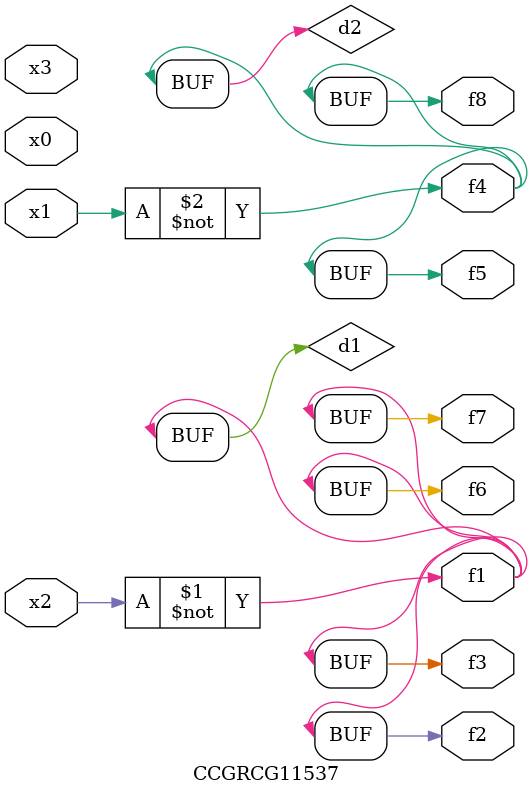
<source format=v>
module CCGRCG11537(
	input x0, x1, x2, x3,
	output f1, f2, f3, f4, f5, f6, f7, f8
);

	wire d1, d2;

	xnor (d1, x2);
	not (d2, x1);
	assign f1 = d1;
	assign f2 = d1;
	assign f3 = d1;
	assign f4 = d2;
	assign f5 = d2;
	assign f6 = d1;
	assign f7 = d1;
	assign f8 = d2;
endmodule

</source>
